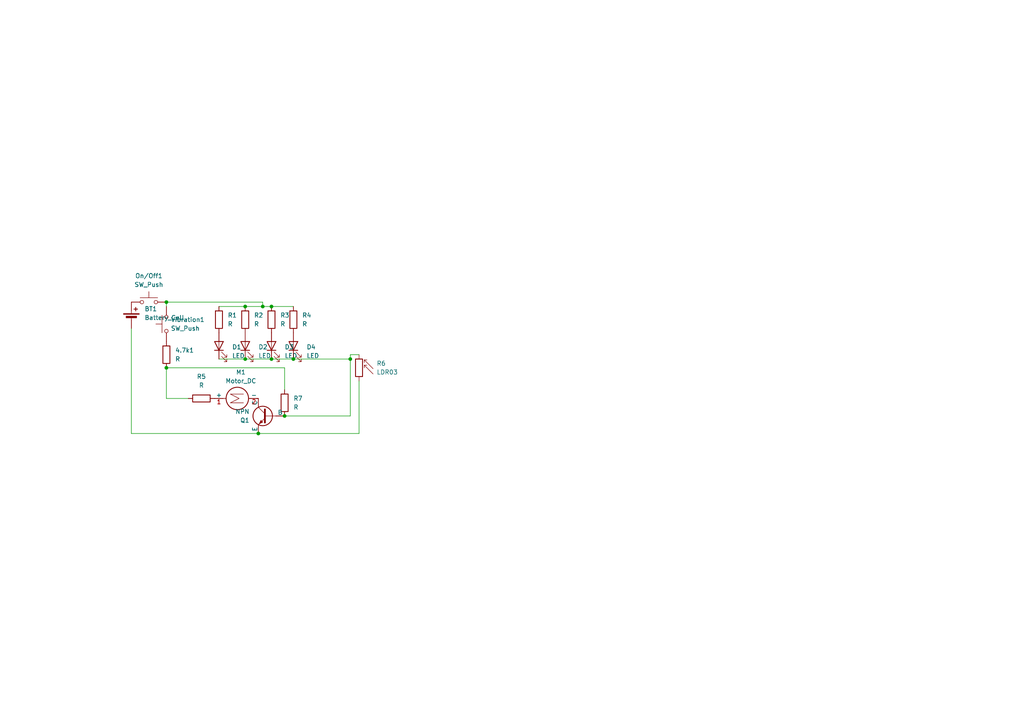
<source format=kicad_sch>
(kicad_sch
	(version 20250114)
	(generator "eeschema")
	(generator_version "9.0")
	(uuid "3386fe6c-5ad4-49da-b52a-b2eaba6af2ec")
	(paper "A4")
	(lib_symbols
		(symbol "Device:Battery_Cell"
			(pin_numbers
				(hide yes)
			)
			(pin_names
				(offset 0)
				(hide yes)
			)
			(exclude_from_sim no)
			(in_bom yes)
			(on_board yes)
			(property "Reference" "BT"
				(at 2.54 2.54 0)
				(effects
					(font
						(size 1.27 1.27)
					)
					(justify left)
				)
			)
			(property "Value" "Battery_Cell"
				(at 2.54 0 0)
				(effects
					(font
						(size 1.27 1.27)
					)
					(justify left)
				)
			)
			(property "Footprint" ""
				(at 0 1.524 90)
				(effects
					(font
						(size 1.27 1.27)
					)
					(hide yes)
				)
			)
			(property "Datasheet" "~"
				(at 0 1.524 90)
				(effects
					(font
						(size 1.27 1.27)
					)
					(hide yes)
				)
			)
			(property "Description" "Single-cell battery"
				(at 0 0 0)
				(effects
					(font
						(size 1.27 1.27)
					)
					(hide yes)
				)
			)
			(property "ki_keywords" "battery cell"
				(at 0 0 0)
				(effects
					(font
						(size 1.27 1.27)
					)
					(hide yes)
				)
			)
			(symbol "Battery_Cell_0_1"
				(rectangle
					(start -2.286 1.778)
					(end 2.286 1.524)
					(stroke
						(width 0)
						(type default)
					)
					(fill
						(type outline)
					)
				)
				(rectangle
					(start -1.524 1.016)
					(end 1.524 0.508)
					(stroke
						(width 0)
						(type default)
					)
					(fill
						(type outline)
					)
				)
				(polyline
					(pts
						(xy 0 1.778) (xy 0 2.54)
					)
					(stroke
						(width 0)
						(type default)
					)
					(fill
						(type none)
					)
				)
				(polyline
					(pts
						(xy 0 0.762) (xy 0 0)
					)
					(stroke
						(width 0)
						(type default)
					)
					(fill
						(type none)
					)
				)
				(polyline
					(pts
						(xy 0.762 3.048) (xy 1.778 3.048)
					)
					(stroke
						(width 0.254)
						(type default)
					)
					(fill
						(type none)
					)
				)
				(polyline
					(pts
						(xy 1.27 3.556) (xy 1.27 2.54)
					)
					(stroke
						(width 0.254)
						(type default)
					)
					(fill
						(type none)
					)
				)
			)
			(symbol "Battery_Cell_1_1"
				(pin passive line
					(at 0 5.08 270)
					(length 2.54)
					(name "+"
						(effects
							(font
								(size 1.27 1.27)
							)
						)
					)
					(number "1"
						(effects
							(font
								(size 1.27 1.27)
							)
						)
					)
				)
				(pin passive line
					(at 0 -2.54 90)
					(length 2.54)
					(name "-"
						(effects
							(font
								(size 1.27 1.27)
							)
						)
					)
					(number "2"
						(effects
							(font
								(size 1.27 1.27)
							)
						)
					)
				)
			)
			(embedded_fonts no)
		)
		(symbol "Device:LED"
			(pin_numbers
				(hide yes)
			)
			(pin_names
				(offset 1.016)
				(hide yes)
			)
			(exclude_from_sim no)
			(in_bom yes)
			(on_board yes)
			(property "Reference" "D"
				(at 0 2.54 0)
				(effects
					(font
						(size 1.27 1.27)
					)
				)
			)
			(property "Value" "LED"
				(at 0 -2.54 0)
				(effects
					(font
						(size 1.27 1.27)
					)
				)
			)
			(property "Footprint" ""
				(at 0 0 0)
				(effects
					(font
						(size 1.27 1.27)
					)
					(hide yes)
				)
			)
			(property "Datasheet" "~"
				(at 0 0 0)
				(effects
					(font
						(size 1.27 1.27)
					)
					(hide yes)
				)
			)
			(property "Description" "Light emitting diode"
				(at 0 0 0)
				(effects
					(font
						(size 1.27 1.27)
					)
					(hide yes)
				)
			)
			(property "Sim.Pins" "1=K 2=A"
				(at 0 0 0)
				(effects
					(font
						(size 1.27 1.27)
					)
					(hide yes)
				)
			)
			(property "ki_keywords" "LED diode"
				(at 0 0 0)
				(effects
					(font
						(size 1.27 1.27)
					)
					(hide yes)
				)
			)
			(property "ki_fp_filters" "LED* LED_SMD:* LED_THT:*"
				(at 0 0 0)
				(effects
					(font
						(size 1.27 1.27)
					)
					(hide yes)
				)
			)
			(symbol "LED_0_1"
				(polyline
					(pts
						(xy -3.048 -0.762) (xy -4.572 -2.286) (xy -3.81 -2.286) (xy -4.572 -2.286) (xy -4.572 -1.524)
					)
					(stroke
						(width 0)
						(type default)
					)
					(fill
						(type none)
					)
				)
				(polyline
					(pts
						(xy -1.778 -0.762) (xy -3.302 -2.286) (xy -2.54 -2.286) (xy -3.302 -2.286) (xy -3.302 -1.524)
					)
					(stroke
						(width 0)
						(type default)
					)
					(fill
						(type none)
					)
				)
				(polyline
					(pts
						(xy -1.27 0) (xy 1.27 0)
					)
					(stroke
						(width 0)
						(type default)
					)
					(fill
						(type none)
					)
				)
				(polyline
					(pts
						(xy -1.27 -1.27) (xy -1.27 1.27)
					)
					(stroke
						(width 0.254)
						(type default)
					)
					(fill
						(type none)
					)
				)
				(polyline
					(pts
						(xy 1.27 -1.27) (xy 1.27 1.27) (xy -1.27 0) (xy 1.27 -1.27)
					)
					(stroke
						(width 0.254)
						(type default)
					)
					(fill
						(type none)
					)
				)
			)
			(symbol "LED_1_1"
				(pin passive line
					(at -3.81 0 0)
					(length 2.54)
					(name "K"
						(effects
							(font
								(size 1.27 1.27)
							)
						)
					)
					(number "1"
						(effects
							(font
								(size 1.27 1.27)
							)
						)
					)
				)
				(pin passive line
					(at 3.81 0 180)
					(length 2.54)
					(name "A"
						(effects
							(font
								(size 1.27 1.27)
							)
						)
					)
					(number "2"
						(effects
							(font
								(size 1.27 1.27)
							)
						)
					)
				)
			)
			(embedded_fonts no)
		)
		(symbol "Device:R"
			(pin_numbers
				(hide yes)
			)
			(pin_names
				(offset 0)
			)
			(exclude_from_sim no)
			(in_bom yes)
			(on_board yes)
			(property "Reference" "R"
				(at 2.032 0 90)
				(effects
					(font
						(size 1.27 1.27)
					)
				)
			)
			(property "Value" "R"
				(at 0 0 90)
				(effects
					(font
						(size 1.27 1.27)
					)
				)
			)
			(property "Footprint" ""
				(at -1.778 0 90)
				(effects
					(font
						(size 1.27 1.27)
					)
					(hide yes)
				)
			)
			(property "Datasheet" "~"
				(at 0 0 0)
				(effects
					(font
						(size 1.27 1.27)
					)
					(hide yes)
				)
			)
			(property "Description" "Resistor"
				(at 0 0 0)
				(effects
					(font
						(size 1.27 1.27)
					)
					(hide yes)
				)
			)
			(property "ki_keywords" "R res resistor"
				(at 0 0 0)
				(effects
					(font
						(size 1.27 1.27)
					)
					(hide yes)
				)
			)
			(property "ki_fp_filters" "R_*"
				(at 0 0 0)
				(effects
					(font
						(size 1.27 1.27)
					)
					(hide yes)
				)
			)
			(symbol "R_0_1"
				(rectangle
					(start -1.016 -2.54)
					(end 1.016 2.54)
					(stroke
						(width 0.254)
						(type default)
					)
					(fill
						(type none)
					)
				)
			)
			(symbol "R_1_1"
				(pin passive line
					(at 0 3.81 270)
					(length 1.27)
					(name "~"
						(effects
							(font
								(size 1.27 1.27)
							)
						)
					)
					(number "1"
						(effects
							(font
								(size 1.27 1.27)
							)
						)
					)
				)
				(pin passive line
					(at 0 -3.81 90)
					(length 1.27)
					(name "~"
						(effects
							(font
								(size 1.27 1.27)
							)
						)
					)
					(number "2"
						(effects
							(font
								(size 1.27 1.27)
							)
						)
					)
				)
			)
			(embedded_fonts no)
		)
		(symbol "Motor:Motor_DC"
			(pin_names
				(offset 0)
			)
			(exclude_from_sim no)
			(in_bom yes)
			(on_board yes)
			(property "Reference" "M"
				(at 2.54 2.54 0)
				(effects
					(font
						(size 1.27 1.27)
					)
					(justify left)
				)
			)
			(property "Value" "Motor_DC"
				(at 2.54 -5.08 0)
				(effects
					(font
						(size 1.27 1.27)
					)
					(justify left top)
				)
			)
			(property "Footprint" ""
				(at 0 -2.286 0)
				(effects
					(font
						(size 1.27 1.27)
					)
					(hide yes)
				)
			)
			(property "Datasheet" "~"
				(at 0 -2.286 0)
				(effects
					(font
						(size 1.27 1.27)
					)
					(hide yes)
				)
			)
			(property "Description" "DC Motor"
				(at 0 0 0)
				(effects
					(font
						(size 1.27 1.27)
					)
					(hide yes)
				)
			)
			(property "ki_keywords" "DC Motor"
				(at 0 0 0)
				(effects
					(font
						(size 1.27 1.27)
					)
					(hide yes)
				)
			)
			(property "ki_fp_filters" "PinHeader*P2.54mm* TerminalBlock*"
				(at 0 0 0)
				(effects
					(font
						(size 1.27 1.27)
					)
					(hide yes)
				)
			)
			(symbol "Motor_DC_0_0"
				(polyline
					(pts
						(xy -1.27 -3.302) (xy -1.27 0.508) (xy 0 -2.032) (xy 1.27 0.508) (xy 1.27 -3.302)
					)
					(stroke
						(width 0)
						(type default)
					)
					(fill
						(type none)
					)
				)
			)
			(symbol "Motor_DC_0_1"
				(polyline
					(pts
						(xy 0 2.032) (xy 0 2.54)
					)
					(stroke
						(width 0)
						(type default)
					)
					(fill
						(type none)
					)
				)
				(polyline
					(pts
						(xy 0 1.7272) (xy 0 2.0828)
					)
					(stroke
						(width 0)
						(type default)
					)
					(fill
						(type none)
					)
				)
				(circle
					(center 0 -1.524)
					(radius 3.2512)
					(stroke
						(width 0.254)
						(type default)
					)
					(fill
						(type none)
					)
				)
				(polyline
					(pts
						(xy 0 -4.7752) (xy 0 -5.1816)
					)
					(stroke
						(width 0)
						(type default)
					)
					(fill
						(type none)
					)
				)
				(polyline
					(pts
						(xy 0 -7.62) (xy 0 -7.112)
					)
					(stroke
						(width 0)
						(type default)
					)
					(fill
						(type none)
					)
				)
			)
			(symbol "Motor_DC_1_1"
				(pin passive line
					(at 0 5.08 270)
					(length 2.54)
					(name "+"
						(effects
							(font
								(size 1.27 1.27)
							)
						)
					)
					(number "1"
						(effects
							(font
								(size 1.27 1.27)
							)
						)
					)
				)
				(pin passive line
					(at 0 -7.62 90)
					(length 2.54)
					(name "-"
						(effects
							(font
								(size 1.27 1.27)
							)
						)
					)
					(number "2"
						(effects
							(font
								(size 1.27 1.27)
							)
						)
					)
				)
			)
			(embedded_fonts no)
		)
		(symbol "Sensor_Optical:LDR03"
			(pin_numbers
				(hide yes)
			)
			(pin_names
				(offset 0)
			)
			(exclude_from_sim no)
			(in_bom yes)
			(on_board yes)
			(property "Reference" "R"
				(at -5.08 0 90)
				(effects
					(font
						(size 1.27 1.27)
					)
				)
			)
			(property "Value" "LDR03"
				(at 1.905 0 90)
				(effects
					(font
						(size 1.27 1.27)
					)
					(justify top)
				)
			)
			(property "Footprint" "OptoDevice:R_LDR_10x8.5mm_P7.6mm_Vertical"
				(at 4.445 0 90)
				(effects
					(font
						(size 1.27 1.27)
					)
					(hide yes)
				)
			)
			(property "Datasheet" "http://www.elektronica-componenten.nl/WebRoot/StoreNL/Shops/61422969/54F1/BA0C/C664/31B9/2173/C0A8/2AB9/2AEF/LDR03IMP.pdf"
				(at 0 -1.27 0)
				(effects
					(font
						(size 1.27 1.27)
					)
					(hide yes)
				)
			)
			(property "Description" "light dependent resistor"
				(at 0 0 0)
				(effects
					(font
						(size 1.27 1.27)
					)
					(hide yes)
				)
			)
			(property "ki_keywords" "light dependent photo resistor LDR"
				(at 0 0 0)
				(effects
					(font
						(size 1.27 1.27)
					)
					(hide yes)
				)
			)
			(property "ki_fp_filters" "R*LDR*10x8.5mm*P7.6mm*"
				(at 0 0 0)
				(effects
					(font
						(size 1.27 1.27)
					)
					(hide yes)
				)
			)
			(symbol "LDR03_0_1"
				(polyline
					(pts
						(xy -1.524 -0.762) (xy -4.064 1.778)
					)
					(stroke
						(width 0)
						(type default)
					)
					(fill
						(type none)
					)
				)
				(polyline
					(pts
						(xy -1.524 -0.762) (xy -2.286 -0.762)
					)
					(stroke
						(width 0)
						(type default)
					)
					(fill
						(type none)
					)
				)
				(polyline
					(pts
						(xy -1.524 -0.762) (xy -1.524 0)
					)
					(stroke
						(width 0)
						(type default)
					)
					(fill
						(type none)
					)
				)
				(polyline
					(pts
						(xy -1.524 -2.286) (xy -4.064 0.254)
					)
					(stroke
						(width 0)
						(type default)
					)
					(fill
						(type none)
					)
				)
				(polyline
					(pts
						(xy -1.524 -2.286) (xy -2.286 -2.286)
					)
					(stroke
						(width 0)
						(type default)
					)
					(fill
						(type none)
					)
				)
				(polyline
					(pts
						(xy -1.524 -2.286) (xy -1.524 -1.524)
					)
					(stroke
						(width 0)
						(type default)
					)
					(fill
						(type none)
					)
				)
				(rectangle
					(start -1.016 2.54)
					(end 1.016 -2.54)
					(stroke
						(width 0.254)
						(type default)
					)
					(fill
						(type none)
					)
				)
			)
			(symbol "LDR03_1_1"
				(pin passive line
					(at 0 3.81 270)
					(length 1.27)
					(name "~"
						(effects
							(font
								(size 1.27 1.27)
							)
						)
					)
					(number "1"
						(effects
							(font
								(size 1.27 1.27)
							)
						)
					)
				)
				(pin passive line
					(at 0 -3.81 90)
					(length 1.27)
					(name "~"
						(effects
							(font
								(size 1.27 1.27)
							)
						)
					)
					(number "2"
						(effects
							(font
								(size 1.27 1.27)
							)
						)
					)
				)
			)
			(embedded_fonts no)
		)
		(symbol "Simulation_SPICE:NPN"
			(pin_numbers
				(hide yes)
			)
			(pin_names
				(offset 0)
			)
			(exclude_from_sim no)
			(in_bom yes)
			(on_board yes)
			(property "Reference" "Q"
				(at -2.54 7.62 0)
				(effects
					(font
						(size 1.27 1.27)
					)
				)
			)
			(property "Value" "NPN"
				(at -2.54 5.08 0)
				(effects
					(font
						(size 1.27 1.27)
					)
				)
			)
			(property "Footprint" ""
				(at 63.5 0 0)
				(effects
					(font
						(size 1.27 1.27)
					)
					(hide yes)
				)
			)
			(property "Datasheet" "https://ngspice.sourceforge.io/docs/ngspice-html-manual/manual.xhtml#cha_BJTs"
				(at 63.5 0 0)
				(effects
					(font
						(size 1.27 1.27)
					)
					(hide yes)
				)
			)
			(property "Description" "Bipolar transistor symbol for simulation only, substrate tied to the emitter"
				(at 0 0 0)
				(effects
					(font
						(size 1.27 1.27)
					)
					(hide yes)
				)
			)
			(property "Sim.Device" "NPN"
				(at 0 0 0)
				(effects
					(font
						(size 1.27 1.27)
					)
					(hide yes)
				)
			)
			(property "Sim.Type" "GUMMELPOON"
				(at 0 0 0)
				(effects
					(font
						(size 1.27 1.27)
					)
					(hide yes)
				)
			)
			(property "Sim.Pins" "1=C 2=B 3=E"
				(at 0 0 0)
				(effects
					(font
						(size 1.27 1.27)
					)
					(hide yes)
				)
			)
			(property "ki_keywords" "simulation"
				(at 0 0 0)
				(effects
					(font
						(size 1.27 1.27)
					)
					(hide yes)
				)
			)
			(symbol "NPN_0_1"
				(polyline
					(pts
						(xy -2.54 0) (xy 0.635 0)
					)
					(stroke
						(width 0.1524)
						(type default)
					)
					(fill
						(type none)
					)
				)
				(polyline
					(pts
						(xy 0.635 1.905) (xy 0.635 -1.905) (xy 0.635 -1.905)
					)
					(stroke
						(width 0.508)
						(type default)
					)
					(fill
						(type none)
					)
				)
				(polyline
					(pts
						(xy 0.635 0.635) (xy 2.54 2.54)
					)
					(stroke
						(width 0)
						(type default)
					)
					(fill
						(type none)
					)
				)
				(polyline
					(pts
						(xy 0.635 -0.635) (xy 2.54 -2.54) (xy 2.54 -2.54)
					)
					(stroke
						(width 0)
						(type default)
					)
					(fill
						(type none)
					)
				)
				(circle
					(center 1.27 0)
					(radius 2.8194)
					(stroke
						(width 0.254)
						(type default)
					)
					(fill
						(type none)
					)
				)
				(polyline
					(pts
						(xy 1.27 -1.778) (xy 1.778 -1.27) (xy 2.286 -2.286) (xy 1.27 -1.778) (xy 1.27 -1.778)
					)
					(stroke
						(width 0)
						(type default)
					)
					(fill
						(type outline)
					)
				)
				(polyline
					(pts
						(xy 2.794 -1.27) (xy 2.794 -1.27)
					)
					(stroke
						(width 0.1524)
						(type default)
					)
					(fill
						(type none)
					)
				)
				(polyline
					(pts
						(xy 2.794 -1.27) (xy 2.794 -1.27)
					)
					(stroke
						(width 0.1524)
						(type default)
					)
					(fill
						(type none)
					)
				)
			)
			(symbol "NPN_1_1"
				(pin input line
					(at -5.08 0 0)
					(length 2.54)
					(name "B"
						(effects
							(font
								(size 1.27 1.27)
							)
						)
					)
					(number "2"
						(effects
							(font
								(size 1.27 1.27)
							)
						)
					)
				)
				(pin open_collector line
					(at 2.54 5.08 270)
					(length 2.54)
					(name "C"
						(effects
							(font
								(size 1.27 1.27)
							)
						)
					)
					(number "1"
						(effects
							(font
								(size 1.27 1.27)
							)
						)
					)
				)
				(pin open_emitter line
					(at 2.54 -5.08 90)
					(length 2.54)
					(name "E"
						(effects
							(font
								(size 1.27 1.27)
							)
						)
					)
					(number "3"
						(effects
							(font
								(size 1.27 1.27)
							)
						)
					)
				)
			)
			(embedded_fonts no)
		)
		(symbol "Switch:SW_Push"
			(pin_numbers
				(hide yes)
			)
			(pin_names
				(offset 1.016)
				(hide yes)
			)
			(exclude_from_sim no)
			(in_bom yes)
			(on_board yes)
			(property "Reference" "SW"
				(at 1.27 2.54 0)
				(effects
					(font
						(size 1.27 1.27)
					)
					(justify left)
				)
			)
			(property "Value" "SW_Push"
				(at 0 -1.524 0)
				(effects
					(font
						(size 1.27 1.27)
					)
				)
			)
			(property "Footprint" ""
				(at 0 5.08 0)
				(effects
					(font
						(size 1.27 1.27)
					)
					(hide yes)
				)
			)
			(property "Datasheet" "~"
				(at 0 5.08 0)
				(effects
					(font
						(size 1.27 1.27)
					)
					(hide yes)
				)
			)
			(property "Description" "Push button switch, generic, two pins"
				(at 0 0 0)
				(effects
					(font
						(size 1.27 1.27)
					)
					(hide yes)
				)
			)
			(property "ki_keywords" "switch normally-open pushbutton push-button"
				(at 0 0 0)
				(effects
					(font
						(size 1.27 1.27)
					)
					(hide yes)
				)
			)
			(symbol "SW_Push_0_1"
				(circle
					(center -2.032 0)
					(radius 0.508)
					(stroke
						(width 0)
						(type default)
					)
					(fill
						(type none)
					)
				)
				(polyline
					(pts
						(xy 0 1.27) (xy 0 3.048)
					)
					(stroke
						(width 0)
						(type default)
					)
					(fill
						(type none)
					)
				)
				(circle
					(center 2.032 0)
					(radius 0.508)
					(stroke
						(width 0)
						(type default)
					)
					(fill
						(type none)
					)
				)
				(polyline
					(pts
						(xy 2.54 1.27) (xy -2.54 1.27)
					)
					(stroke
						(width 0)
						(type default)
					)
					(fill
						(type none)
					)
				)
				(pin passive line
					(at -5.08 0 0)
					(length 2.54)
					(name "1"
						(effects
							(font
								(size 1.27 1.27)
							)
						)
					)
					(number "1"
						(effects
							(font
								(size 1.27 1.27)
							)
						)
					)
				)
				(pin passive line
					(at 5.08 0 180)
					(length 2.54)
					(name "2"
						(effects
							(font
								(size 1.27 1.27)
							)
						)
					)
					(number "2"
						(effects
							(font
								(size 1.27 1.27)
							)
						)
					)
				)
			)
			(embedded_fonts no)
		)
	)
	(junction
		(at 48.26 87.63)
		(diameter 0)
		(color 0 0 0 0)
		(uuid "0696dca4-0468-4f33-89d2-e90feef803b6")
	)
	(junction
		(at 71.12 104.14)
		(diameter 0)
		(color 0 0 0 0)
		(uuid "843f03e4-8b42-4def-9b97-919a39a03bb3")
	)
	(junction
		(at 78.74 104.14)
		(diameter 0)
		(color 0 0 0 0)
		(uuid "8640df94-4649-46f3-a0c4-961b86067cc5")
	)
	(junction
		(at 71.12 88.9)
		(diameter 0)
		(color 0 0 0 0)
		(uuid "c470a0e5-c9fe-44fa-9142-dff2aee5bbf9")
	)
	(junction
		(at 85.09 104.14)
		(diameter 0)
		(color 0 0 0 0)
		(uuid "cc7bc708-d4ba-4354-8281-7b76a9719d44")
	)
	(junction
		(at 74.93 125.73)
		(diameter 0)
		(color 0 0 0 0)
		(uuid "cd96d80d-d4b3-4e61-b2b2-765a7a599466")
	)
	(junction
		(at 82.55 120.65)
		(diameter 0)
		(color 0 0 0 0)
		(uuid "e3d30b9f-4f20-4307-b41c-840605c9d583")
	)
	(junction
		(at 48.26 106.68)
		(diameter 0)
		(color 0 0 0 0)
		(uuid "edfff134-0c10-49a0-9e48-d83ad672c24f")
	)
	(junction
		(at 76.2 88.9)
		(diameter 0)
		(color 0 0 0 0)
		(uuid "fc2aaaf2-a2e3-43eb-bf8c-b706adba0f69")
	)
	(junction
		(at 101.6 104.14)
		(diameter 0)
		(color 0 0 0 0)
		(uuid "fc3bf84f-0c55-421d-af76-fae2ea642ba2")
	)
	(junction
		(at 78.74 88.9)
		(diameter 0)
		(color 0 0 0 0)
		(uuid "fce06d56-5c32-4895-8a77-49daf344b4ff")
	)
	(wire
		(pts
			(xy 38.1 125.73) (xy 38.1 95.25)
		)
		(stroke
			(width 0)
			(type default)
		)
		(uuid "04a14cac-75aa-4e2b-9a12-819780387586")
	)
	(wire
		(pts
			(xy 48.26 106.68) (xy 48.26 115.57)
		)
		(stroke
			(width 0)
			(type default)
		)
		(uuid "0b12992e-5590-44ac-aa26-e3b479753bd1")
	)
	(wire
		(pts
			(xy 85.09 104.14) (xy 101.6 104.14)
		)
		(stroke
			(width 0)
			(type default)
		)
		(uuid "1789cd8a-eeb4-4960-9200-12172b34bba2")
	)
	(wire
		(pts
			(xy 76.2 88.9) (xy 78.74 88.9)
		)
		(stroke
			(width 0)
			(type default)
		)
		(uuid "2d98f53a-9e73-422a-96de-a8b51a9f5a34")
	)
	(wire
		(pts
			(xy 104.14 110.49) (xy 104.14 125.73)
		)
		(stroke
			(width 0)
			(type default)
		)
		(uuid "30e0f9d9-5f37-45ba-a511-dc6489b19a4c")
	)
	(wire
		(pts
			(xy 63.5 104.14) (xy 71.12 104.14)
		)
		(stroke
			(width 0)
			(type default)
		)
		(uuid "5046917f-265b-4b50-af88-85a0c1f0cb3b")
	)
	(wire
		(pts
			(xy 63.5 88.9) (xy 71.12 88.9)
		)
		(stroke
			(width 0)
			(type default)
		)
		(uuid "520f7e0e-9b61-4f72-9307-a4131f3d60e6")
	)
	(wire
		(pts
			(xy 101.6 104.14) (xy 101.6 120.65)
		)
		(stroke
			(width 0)
			(type default)
		)
		(uuid "543d83f3-663a-4855-a410-9064f37a450b")
	)
	(wire
		(pts
			(xy 78.74 88.9) (xy 85.09 88.9)
		)
		(stroke
			(width 0)
			(type default)
		)
		(uuid "692c4bc7-872a-4165-b7ec-05dbbf642abe")
	)
	(wire
		(pts
			(xy 76.2 87.63) (xy 48.26 87.63)
		)
		(stroke
			(width 0)
			(type default)
		)
		(uuid "71d2e651-9a19-435f-800e-4bb4e844d6d1")
	)
	(wire
		(pts
			(xy 71.12 104.14) (xy 78.74 104.14)
		)
		(stroke
			(width 0)
			(type default)
		)
		(uuid "753e7856-662b-4618-82d2-0c0fbc6d4e30")
	)
	(wire
		(pts
			(xy 82.55 106.68) (xy 82.55 113.03)
		)
		(stroke
			(width 0)
			(type default)
		)
		(uuid "756d5f06-860b-49c7-9daa-9f7054dea219")
	)
	(wire
		(pts
			(xy 104.14 125.73) (xy 74.93 125.73)
		)
		(stroke
			(width 0)
			(type default)
		)
		(uuid "7bc66d7a-b307-4b1f-84e3-c67ef9375323")
	)
	(wire
		(pts
			(xy 74.93 125.73) (xy 38.1 125.73)
		)
		(stroke
			(width 0)
			(type default)
		)
		(uuid "83bcba6b-7363-4e50-916b-a4b7d1ab260f")
	)
	(wire
		(pts
			(xy 82.55 120.65) (xy 101.6 120.65)
		)
		(stroke
			(width 0)
			(type default)
		)
		(uuid "93a54c5d-dd05-4b2a-a042-5da8bc60302b")
	)
	(wire
		(pts
			(xy 54.61 115.57) (xy 48.26 115.57)
		)
		(stroke
			(width 0)
			(type default)
		)
		(uuid "97d103f8-3d47-4989-bf50-3fbc76718b73")
	)
	(wire
		(pts
			(xy 48.26 87.63) (xy 48.26 88.9)
		)
		(stroke
			(width 0)
			(type default)
		)
		(uuid "a5458387-b51e-444a-a27e-6e747332a026")
	)
	(wire
		(pts
			(xy 48.26 106.68) (xy 82.55 106.68)
		)
		(stroke
			(width 0)
			(type default)
		)
		(uuid "c55801ee-3a18-4586-81fb-e2a4cb8f274d")
	)
	(wire
		(pts
			(xy 101.6 102.87) (xy 104.14 102.87)
		)
		(stroke
			(width 0)
			(type default)
		)
		(uuid "c706c4eb-2433-4e2c-87c7-9cfb90c9ef2e")
	)
	(wire
		(pts
			(xy 76.2 88.9) (xy 76.2 87.63)
		)
		(stroke
			(width 0)
			(type default)
		)
		(uuid "d0c85689-10e6-4a78-971a-d42bcf3241a0")
	)
	(wire
		(pts
			(xy 71.12 88.9) (xy 76.2 88.9)
		)
		(stroke
			(width 0)
			(type default)
		)
		(uuid "dceb228f-8a05-47de-b35e-d320b4da22c9")
	)
	(wire
		(pts
			(xy 101.6 102.87) (xy 101.6 104.14)
		)
		(stroke
			(width 0)
			(type default)
		)
		(uuid "ed4bd01b-cda5-443b-95a0-72bdf427c4a1")
	)
	(wire
		(pts
			(xy 78.74 104.14) (xy 85.09 104.14)
		)
		(stroke
			(width 0)
			(type default)
		)
		(uuid "ffcf410a-d278-4f2e-8388-238044a74cb3")
	)
	(symbol
		(lib_id "Device:LED")
		(at 63.5 100.33 90)
		(unit 1)
		(exclude_from_sim no)
		(in_bom yes)
		(on_board yes)
		(dnp no)
		(fields_autoplaced yes)
		(uuid "08131bf7-fbbe-44c0-bd7e-3f1cea6c83c1")
		(property "Reference" "D1"
			(at 67.31 100.6474 90)
			(effects
				(font
					(size 1.27 1.27)
				)
				(justify right)
			)
		)
		(property "Value" "LED"
			(at 67.31 103.1874 90)
			(effects
				(font
					(size 1.27 1.27)
				)
				(justify right)
			)
		)
		(property "Footprint" "LED_THT:LED_D5.0mm"
			(at 63.5 100.33 0)
			(effects
				(font
					(size 1.27 1.27)
				)
				(hide yes)
			)
		)
		(property "Datasheet" "~"
			(at 63.5 100.33 0)
			(effects
				(font
					(size 1.27 1.27)
				)
				(hide yes)
			)
		)
		(property "Description" "Light emitting diode"
			(at 63.5 100.33 0)
			(effects
				(font
					(size 1.27 1.27)
				)
				(hide yes)
			)
		)
		(property "Sim.Pins" "1=K 2=A"
			(at 63.5 100.33 0)
			(effects
				(font
					(size 1.27 1.27)
				)
				(hide yes)
			)
		)
		(pin "2"
			(uuid "48349460-6318-42f1-96c0-250743448a15")
		)
		(pin "1"
			(uuid "f0365f6c-4036-4cc2-8b5b-a54a3f941530")
		)
		(instances
			(project ""
				(path "/3386fe6c-5ad4-49da-b52a-b2eaba6af2ec"
					(reference "D1")
					(unit 1)
				)
			)
		)
	)
	(symbol
		(lib_id "Device:Battery_Cell")
		(at 38.1 92.71 0)
		(unit 1)
		(exclude_from_sim no)
		(in_bom yes)
		(on_board yes)
		(dnp no)
		(fields_autoplaced yes)
		(uuid "15fcfb6b-bf08-4473-9740-245eaf050457")
		(property "Reference" "BT1"
			(at 41.91 89.5984 0)
			(effects
				(font
					(size 1.27 1.27)
				)
				(justify left)
			)
		)
		(property "Value" "Battery_Cell"
			(at 41.91 92.1384 0)
			(effects
				(font
					(size 1.27 1.27)
				)
				(justify left)
			)
		)
		(property "Footprint" "Battery:BatteryHolder_Keystone_3034_1x20mm"
			(at 38.1 91.186 90)
			(effects
				(font
					(size 1.27 1.27)
				)
				(hide yes)
			)
		)
		(property "Datasheet" "~"
			(at 38.1 91.186 90)
			(effects
				(font
					(size 1.27 1.27)
				)
				(hide yes)
			)
		)
		(property "Description" "Single-cell battery"
			(at 38.1 92.71 0)
			(effects
				(font
					(size 1.27 1.27)
				)
				(hide yes)
			)
		)
		(pin "2"
			(uuid "c78edb1f-6651-4f13-a142-7a8393b0d59a")
		)
		(pin "1"
			(uuid "057ace3f-0944-4acc-9389-eb14d2faa3c9")
		)
		(instances
			(project ""
				(path "/3386fe6c-5ad4-49da-b52a-b2eaba6af2ec"
					(reference "BT1")
					(unit 1)
				)
			)
		)
	)
	(symbol
		(lib_id "Switch:SW_Push")
		(at 48.26 93.98 90)
		(unit 1)
		(exclude_from_sim no)
		(in_bom yes)
		(on_board yes)
		(dnp no)
		(fields_autoplaced yes)
		(uuid "1972d01b-2646-4b11-b439-8c8bbce97fb1")
		(property "Reference" "Vibration1"
			(at 49.53 92.7099 90)
			(effects
				(font
					(size 1.27 1.27)
				)
				(justify right)
			)
		)
		(property "Value" "SW_Push"
			(at 49.53 95.2499 90)
			(effects
				(font
					(size 1.27 1.27)
				)
				(justify right)
			)
		)
		(property "Footprint" "Button_Switch_THT:SW_PUSH_6mm"
			(at 43.18 93.98 0)
			(effects
				(font
					(size 1.27 1.27)
				)
				(hide yes)
			)
		)
		(property "Datasheet" "~"
			(at 43.18 93.98 0)
			(effects
				(font
					(size 1.27 1.27)
				)
				(hide yes)
			)
		)
		(property "Description" "Push button switch, generic, two pins"
			(at 48.26 93.98 0)
			(effects
				(font
					(size 1.27 1.27)
				)
				(hide yes)
			)
		)
		(pin "2"
			(uuid "337fa2f7-c3a8-4492-8a80-2300e1b717e4")
		)
		(pin "1"
			(uuid "cfbb4096-dcdf-4a6d-a806-e9942b3b048a")
		)
		(instances
			(project ""
				(path "/3386fe6c-5ad4-49da-b52a-b2eaba6af2ec"
					(reference "Vibration1")
					(unit 1)
				)
			)
		)
	)
	(symbol
		(lib_id "Device:R")
		(at 58.42 115.57 90)
		(unit 1)
		(exclude_from_sim no)
		(in_bom yes)
		(on_board yes)
		(dnp no)
		(fields_autoplaced yes)
		(uuid "234a29dd-496f-4246-84c3-e402e550b21e")
		(property "Reference" "R5"
			(at 58.42 109.22 90)
			(effects
				(font
					(size 1.27 1.27)
				)
			)
		)
		(property "Value" "R"
			(at 58.42 111.76 90)
			(effects
				(font
					(size 1.27 1.27)
				)
			)
		)
		(property "Footprint" "Resistor_THT:R_Axial_DIN0207_L6.3mm_D2.5mm_P7.62mm_Horizontal"
			(at 58.42 117.348 90)
			(effects
				(font
					(size 1.27 1.27)
				)
				(hide yes)
			)
		)
		(property "Datasheet" "~"
			(at 58.42 115.57 0)
			(effects
				(font
					(size 1.27 1.27)
				)
				(hide yes)
			)
		)
		(property "Description" "Resistor"
			(at 58.42 115.57 0)
			(effects
				(font
					(size 1.27 1.27)
				)
				(hide yes)
			)
		)
		(pin "1"
			(uuid "6801dd30-81ca-44c6-aa47-28cd70a4be98")
		)
		(pin "2"
			(uuid "1944b73e-243b-48a1-933a-d036d1a34524")
		)
		(instances
			(project ""
				(path "/3386fe6c-5ad4-49da-b52a-b2eaba6af2ec"
					(reference "R5")
					(unit 1)
				)
			)
		)
	)
	(symbol
		(lib_id "Sensor_Optical:LDR03")
		(at 104.14 106.68 180)
		(unit 1)
		(exclude_from_sim no)
		(in_bom yes)
		(on_board yes)
		(dnp no)
		(fields_autoplaced yes)
		(uuid "2c299d00-4fca-49cd-b491-9cabcb124b9a")
		(property "Reference" "R6"
			(at 109.22 105.4099 0)
			(effects
				(font
					(size 1.27 1.27)
				)
				(justify right)
			)
		)
		(property "Value" "LDR03"
			(at 109.22 107.9499 0)
			(effects
				(font
					(size 1.27 1.27)
				)
				(justify right)
			)
		)
		(property "Footprint" "OptoDevice:R_LDR_5.1x4.3mm_P3.4mm_Vertical"
			(at 99.695 106.68 90)
			(effects
				(font
					(size 1.27 1.27)
				)
				(hide yes)
			)
		)
		(property "Datasheet" "http://www.elektronica-componenten.nl/WebRoot/StoreNL/Shops/61422969/54F1/BA0C/C664/31B9/2173/C0A8/2AB9/2AEF/LDR03IMP.pdf"
			(at 104.14 105.41 0)
			(effects
				(font
					(size 1.27 1.27)
				)
				(hide yes)
			)
		)
		(property "Description" "light dependent resistor"
			(at 104.14 106.68 0)
			(effects
				(font
					(size 1.27 1.27)
				)
				(hide yes)
			)
		)
		(pin "2"
			(uuid "53245c98-c75f-48dd-878f-136cc1cfd978")
		)
		(pin "1"
			(uuid "78b4d00e-9282-43e4-98bb-3e12162c1479")
		)
		(instances
			(project ""
				(path "/3386fe6c-5ad4-49da-b52a-b2eaba6af2ec"
					(reference "R6")
					(unit 1)
				)
			)
		)
	)
	(symbol
		(lib_id "Switch:SW_Push")
		(at 43.18 87.63 0)
		(unit 1)
		(exclude_from_sim no)
		(in_bom yes)
		(on_board yes)
		(dnp no)
		(fields_autoplaced yes)
		(uuid "36d6804f-e4be-41fa-b600-8960df80ff99")
		(property "Reference" "On/Off1"
			(at 43.18 80.01 0)
			(effects
				(font
					(size 1.27 1.27)
				)
			)
		)
		(property "Value" "SW_Push"
			(at 43.18 82.55 0)
			(effects
				(font
					(size 1.27 1.27)
				)
			)
		)
		(property "Footprint" "Button_Switch_THT:SW_PUSH_6mm"
			(at 43.18 82.55 0)
			(effects
				(font
					(size 1.27 1.27)
				)
				(hide yes)
			)
		)
		(property "Datasheet" "~"
			(at 43.18 82.55 0)
			(effects
				(font
					(size 1.27 1.27)
				)
				(hide yes)
			)
		)
		(property "Description" "Push button switch, generic, two pins"
			(at 43.18 87.63 0)
			(effects
				(font
					(size 1.27 1.27)
				)
				(hide yes)
			)
		)
		(pin "2"
			(uuid "55a970ca-6792-4dc9-ae2f-6df9427d23a7")
		)
		(pin "1"
			(uuid "29cdaf0a-5c0e-406f-bb52-b9a9df500b45")
		)
		(instances
			(project ""
				(path "/3386fe6c-5ad4-49da-b52a-b2eaba6af2ec"
					(reference "On/Off1")
					(unit 1)
				)
			)
		)
	)
	(symbol
		(lib_id "Simulation_SPICE:NPN")
		(at 77.47 120.65 0)
		(mirror y)
		(unit 1)
		(exclude_from_sim no)
		(in_bom yes)
		(on_board yes)
		(dnp no)
		(uuid "602ef744-2f87-4b03-8752-58385dd4e66e")
		(property "Reference" "Q1"
			(at 72.39 121.9201 0)
			(effects
				(font
					(size 1.27 1.27)
				)
				(justify left)
			)
		)
		(property "Value" "NPN"
			(at 72.39 119.3801 0)
			(effects
				(font
					(size 1.27 1.27)
				)
				(justify left)
			)
		)
		(property "Footprint" "Package_TO_SOT_THT:TO-92L_HandSolder"
			(at 13.97 120.65 0)
			(effects
				(font
					(size 1.27 1.27)
				)
				(hide yes)
			)
		)
		(property "Datasheet" "https://ngspice.sourceforge.io/docs/ngspice-html-manual/manual.xhtml#cha_BJTs"
			(at 13.97 120.65 0)
			(effects
				(font
					(size 1.27 1.27)
				)
				(hide yes)
			)
		)
		(property "Description" "Bipolar transistor symbol for simulation only, substrate tied to the emitter"
			(at 77.47 120.65 0)
			(effects
				(font
					(size 1.27 1.27)
				)
				(hide yes)
			)
		)
		(property "Sim.Device" "NPN"
			(at 77.47 120.65 0)
			(effects
				(font
					(size 1.27 1.27)
				)
				(hide yes)
			)
		)
		(property "Sim.Type" "GUMMELPOON"
			(at 77.47 120.65 0)
			(effects
				(font
					(size 1.27 1.27)
				)
				(hide yes)
			)
		)
		(property "Sim.Pins" "1=C 2=B 3=E"
			(at 77.47 120.65 0)
			(effects
				(font
					(size 1.27 1.27)
				)
				(hide yes)
			)
		)
		(pin "2"
			(uuid "33f465a6-5e8d-46d9-9be1-5dc9811fe093")
		)
		(pin "1"
			(uuid "ef08954d-4239-4e35-a57f-e9d0b65ece3e")
		)
		(pin "3"
			(uuid "4cbe6ae7-13dc-4df7-9bba-30518ddc6d0e")
		)
		(instances
			(project ""
				(path "/3386fe6c-5ad4-49da-b52a-b2eaba6af2ec"
					(reference "Q1")
					(unit 1)
				)
			)
		)
	)
	(symbol
		(lib_id "Device:R")
		(at 78.74 92.71 0)
		(unit 1)
		(exclude_from_sim no)
		(in_bom yes)
		(on_board yes)
		(dnp no)
		(fields_autoplaced yes)
		(uuid "68dc39f1-fc5d-4bfe-911d-e3da6fd8b2d4")
		(property "Reference" "R3"
			(at 81.28 91.4399 0)
			(effects
				(font
					(size 1.27 1.27)
				)
				(justify left)
			)
		)
		(property "Value" "R"
			(at 81.28 93.9799 0)
			(effects
				(font
					(size 1.27 1.27)
				)
				(justify left)
			)
		)
		(property "Footprint" "Resistor_THT:R_Axial_DIN0207_L6.3mm_D2.5mm_P7.62mm_Horizontal"
			(at 76.962 92.71 90)
			(effects
				(font
					(size 1.27 1.27)
				)
				(hide yes)
			)
		)
		(property "Datasheet" "~"
			(at 78.74 92.71 0)
			(effects
				(font
					(size 1.27 1.27)
				)
				(hide yes)
			)
		)
		(property "Description" "Resistor"
			(at 78.74 92.71 0)
			(effects
				(font
					(size 1.27 1.27)
				)
				(hide yes)
			)
		)
		(pin "1"
			(uuid "ca79f229-71e2-48c9-8373-21c0d8cfcf73")
		)
		(pin "2"
			(uuid "738b825f-370c-40b0-8024-363abe3df08e")
		)
		(instances
			(project ""
				(path "/3386fe6c-5ad4-49da-b52a-b2eaba6af2ec"
					(reference "R3")
					(unit 1)
				)
			)
		)
	)
	(symbol
		(lib_id "Device:R")
		(at 82.55 116.84 0)
		(unit 1)
		(exclude_from_sim no)
		(in_bom yes)
		(on_board yes)
		(dnp no)
		(fields_autoplaced yes)
		(uuid "6fd0b85a-975f-4539-a81f-53b23f5181ee")
		(property "Reference" "R7"
			(at 85.09 115.5699 0)
			(effects
				(font
					(size 1.27 1.27)
				)
				(justify left)
			)
		)
		(property "Value" "R"
			(at 85.09 118.1099 0)
			(effects
				(font
					(size 1.27 1.27)
				)
				(justify left)
			)
		)
		(property "Footprint" "Resistor_THT:R_Axial_DIN0207_L6.3mm_D2.5mm_P7.62mm_Horizontal"
			(at 80.772 116.84 90)
			(effects
				(font
					(size 1.27 1.27)
				)
				(hide yes)
			)
		)
		(property "Datasheet" "~"
			(at 82.55 116.84 0)
			(effects
				(font
					(size 1.27 1.27)
				)
				(hide yes)
			)
		)
		(property "Description" "Resistor"
			(at 82.55 116.84 0)
			(effects
				(font
					(size 1.27 1.27)
				)
				(hide yes)
			)
		)
		(pin "2"
			(uuid "3a5bf94d-ea13-486f-8279-bb48a043c64c")
		)
		(pin "1"
			(uuid "f0fd23ae-6154-4c3a-ab17-c22987b80657")
		)
		(instances
			(project ""
				(path "/3386fe6c-5ad4-49da-b52a-b2eaba6af2ec"
					(reference "R7")
					(unit 1)
				)
			)
		)
	)
	(symbol
		(lib_id "Device:R")
		(at 85.09 92.71 0)
		(unit 1)
		(exclude_from_sim no)
		(in_bom yes)
		(on_board yes)
		(dnp no)
		(fields_autoplaced yes)
		(uuid "74ae2895-7ac9-41ba-96fa-dd1f3298a45d")
		(property "Reference" "R4"
			(at 87.63 91.4399 0)
			(effects
				(font
					(size 1.27 1.27)
				)
				(justify left)
			)
		)
		(property "Value" "R"
			(at 87.63 93.9799 0)
			(effects
				(font
					(size 1.27 1.27)
				)
				(justify left)
			)
		)
		(property "Footprint" "Resistor_THT:R_Axial_DIN0207_L6.3mm_D2.5mm_P7.62mm_Horizontal"
			(at 83.312 92.71 90)
			(effects
				(font
					(size 1.27 1.27)
				)
				(hide yes)
			)
		)
		(property "Datasheet" "~"
			(at 85.09 92.71 0)
			(effects
				(font
					(size 1.27 1.27)
				)
				(hide yes)
			)
		)
		(property "Description" "Resistor"
			(at 85.09 92.71 0)
			(effects
				(font
					(size 1.27 1.27)
				)
				(hide yes)
			)
		)
		(pin "1"
			(uuid "ca79f229-71e2-48c9-8373-21c0d8cfcf74")
		)
		(pin "2"
			(uuid "738b825f-370c-40b0-8024-363abe3df08f")
		)
		(instances
			(project ""
				(path "/3386fe6c-5ad4-49da-b52a-b2eaba6af2ec"
					(reference "R4")
					(unit 1)
				)
			)
		)
	)
	(symbol
		(lib_id "Device:LED")
		(at 78.74 100.33 90)
		(unit 1)
		(exclude_from_sim no)
		(in_bom yes)
		(on_board yes)
		(dnp no)
		(fields_autoplaced yes)
		(uuid "79e98cf7-8264-40b7-b1b2-e899215d1286")
		(property "Reference" "D3"
			(at 82.55 100.6474 90)
			(effects
				(font
					(size 1.27 1.27)
				)
				(justify right)
			)
		)
		(property "Value" "LED"
			(at 82.55 103.1874 90)
			(effects
				(font
					(size 1.27 1.27)
				)
				(justify right)
			)
		)
		(property "Footprint" "LED_THT:LED_D5.0mm"
			(at 78.74 100.33 0)
			(effects
				(font
					(size 1.27 1.27)
				)
				(hide yes)
			)
		)
		(property "Datasheet" "~"
			(at 78.74 100.33 0)
			(effects
				(font
					(size 1.27 1.27)
				)
				(hide yes)
			)
		)
		(property "Description" "Light emitting diode"
			(at 78.74 100.33 0)
			(effects
				(font
					(size 1.27 1.27)
				)
				(hide yes)
			)
		)
		(property "Sim.Pins" "1=K 2=A"
			(at 78.74 100.33 0)
			(effects
				(font
					(size 1.27 1.27)
				)
				(hide yes)
			)
		)
		(pin "1"
			(uuid "68a06b31-4fff-4cbc-b3f9-fef85086ab21")
		)
		(pin "2"
			(uuid "a53a136f-d95a-46b0-afec-28cafa751625")
		)
		(instances
			(project ""
				(path "/3386fe6c-5ad4-49da-b52a-b2eaba6af2ec"
					(reference "D3")
					(unit 1)
				)
			)
		)
	)
	(symbol
		(lib_id "Device:LED")
		(at 85.09 100.33 90)
		(unit 1)
		(exclude_from_sim no)
		(in_bom yes)
		(on_board yes)
		(dnp no)
		(fields_autoplaced yes)
		(uuid "b62c56d2-758d-432c-9268-34b62f95c650")
		(property "Reference" "D4"
			(at 88.9 100.6474 90)
			(effects
				(font
					(size 1.27 1.27)
				)
				(justify right)
			)
		)
		(property "Value" "LED"
			(at 88.9 103.1874 90)
			(effects
				(font
					(size 1.27 1.27)
				)
				(justify right)
			)
		)
		(property "Footprint" "LED_THT:LED_D5.0mm"
			(at 85.09 100.33 0)
			(effects
				(font
					(size 1.27 1.27)
				)
				(hide yes)
			)
		)
		(property "Datasheet" "~"
			(at 85.09 100.33 0)
			(effects
				(font
					(size 1.27 1.27)
				)
				(hide yes)
			)
		)
		(property "Description" "Light emitting diode"
			(at 85.09 100.33 0)
			(effects
				(font
					(size 1.27 1.27)
				)
				(hide yes)
			)
		)
		(property "Sim.Pins" "1=K 2=A"
			(at 85.09 100.33 0)
			(effects
				(font
					(size 1.27 1.27)
				)
				(hide yes)
			)
		)
		(pin "1"
			(uuid "68a06b31-4fff-4cbc-b3f9-fef85086ab22")
		)
		(pin "2"
			(uuid "a53a136f-d95a-46b0-afec-28cafa751626")
		)
		(instances
			(project ""
				(path "/3386fe6c-5ad4-49da-b52a-b2eaba6af2ec"
					(reference "D4")
					(unit 1)
				)
			)
		)
	)
	(symbol
		(lib_id "Device:R")
		(at 63.5 92.71 0)
		(unit 1)
		(exclude_from_sim no)
		(in_bom yes)
		(on_board yes)
		(dnp no)
		(fields_autoplaced yes)
		(uuid "b90ca21d-cab3-41df-83cd-982843456230")
		(property "Reference" "R1"
			(at 66.04 91.4399 0)
			(effects
				(font
					(size 1.27 1.27)
				)
				(justify left)
			)
		)
		(property "Value" "R"
			(at 66.04 93.9799 0)
			(effects
				(font
					(size 1.27 1.27)
				)
				(justify left)
			)
		)
		(property "Footprint" "Resistor_THT:R_Axial_DIN0207_L6.3mm_D2.5mm_P7.62mm_Horizontal"
			(at 61.722 92.71 90)
			(effects
				(font
					(size 1.27 1.27)
				)
				(hide yes)
			)
		)
		(property "Datasheet" "~"
			(at 63.5 92.71 0)
			(effects
				(font
					(size 1.27 1.27)
				)
				(hide yes)
			)
		)
		(property "Description" "Resistor"
			(at 63.5 92.71 0)
			(effects
				(font
					(size 1.27 1.27)
				)
				(hide yes)
			)
		)
		(pin "2"
			(uuid "ae10bf3e-ce4b-4f8f-9f8a-c9fe605952be")
		)
		(pin "1"
			(uuid "691f8443-3ec6-418e-9fad-a1640773f673")
		)
		(instances
			(project ""
				(path "/3386fe6c-5ad4-49da-b52a-b2eaba6af2ec"
					(reference "R1")
					(unit 1)
				)
			)
		)
	)
	(symbol
		(lib_id "Device:R")
		(at 48.26 102.87 0)
		(unit 1)
		(exclude_from_sim no)
		(in_bom yes)
		(on_board yes)
		(dnp no)
		(fields_autoplaced yes)
		(uuid "bbcc7532-d06a-451f-9958-19f00257ec5f")
		(property "Reference" "4.7k1"
			(at 50.8 101.5999 0)
			(effects
				(font
					(size 1.27 1.27)
				)
				(justify left)
			)
		)
		(property "Value" "R"
			(at 50.8 104.1399 0)
			(effects
				(font
					(size 1.27 1.27)
				)
				(justify left)
			)
		)
		(property "Footprint" "Resistor_THT:R_Axial_DIN0207_L6.3mm_D2.5mm_P7.62mm_Horizontal"
			(at 46.482 102.87 90)
			(effects
				(font
					(size 1.27 1.27)
				)
				(hide yes)
			)
		)
		(property "Datasheet" "~"
			(at 48.26 102.87 0)
			(effects
				(font
					(size 1.27 1.27)
				)
				(hide yes)
			)
		)
		(property "Description" "Resistor"
			(at 48.26 102.87 0)
			(effects
				(font
					(size 1.27 1.27)
				)
				(hide yes)
			)
		)
		(pin "1"
			(uuid "09037b20-42c5-40f7-bf4a-66f6cabca152")
		)
		(pin "2"
			(uuid "6ce601b9-a955-48f3-a924-7ce3b237f278")
		)
		(instances
			(project ""
				(path "/3386fe6c-5ad4-49da-b52a-b2eaba6af2ec"
					(reference "4.7k1")
					(unit 1)
				)
			)
		)
	)
	(symbol
		(lib_id "Device:LED")
		(at 71.12 100.33 90)
		(unit 1)
		(exclude_from_sim no)
		(in_bom yes)
		(on_board yes)
		(dnp no)
		(fields_autoplaced yes)
		(uuid "d86888c0-2988-4e5a-889a-54a198f3450a")
		(property "Reference" "D2"
			(at 74.93 100.6474 90)
			(effects
				(font
					(size 1.27 1.27)
				)
				(justify right)
			)
		)
		(property "Value" "LED"
			(at 74.93 103.1874 90)
			(effects
				(font
					(size 1.27 1.27)
				)
				(justify right)
			)
		)
		(property "Footprint" "LED_THT:LED_D5.0mm"
			(at 71.12 100.33 0)
			(effects
				(font
					(size 1.27 1.27)
				)
				(hide yes)
			)
		)
		(property "Datasheet" "~"
			(at 71.12 100.33 0)
			(effects
				(font
					(size 1.27 1.27)
				)
				(hide yes)
			)
		)
		(property "Description" "Light emitting diode"
			(at 71.12 100.33 0)
			(effects
				(font
					(size 1.27 1.27)
				)
				(hide yes)
			)
		)
		(property "Sim.Pins" "1=K 2=A"
			(at 71.12 100.33 0)
			(effects
				(font
					(size 1.27 1.27)
				)
				(hide yes)
			)
		)
		(pin "1"
			(uuid "68a06b31-4fff-4cbc-b3f9-fef85086ab23")
		)
		(pin "2"
			(uuid "a53a136f-d95a-46b0-afec-28cafa751627")
		)
		(instances
			(project ""
				(path "/3386fe6c-5ad4-49da-b52a-b2eaba6af2ec"
					(reference "D2")
					(unit 1)
				)
			)
		)
	)
	(symbol
		(lib_id "Device:R")
		(at 71.12 92.71 0)
		(unit 1)
		(exclude_from_sim no)
		(in_bom yes)
		(on_board yes)
		(dnp no)
		(fields_autoplaced yes)
		(uuid "eb820b71-ec78-4f82-be32-8cc2b246fc8f")
		(property "Reference" "R2"
			(at 73.66 91.4399 0)
			(effects
				(font
					(size 1.27 1.27)
				)
				(justify left)
			)
		)
		(property "Value" "R"
			(at 73.66 93.9799 0)
			(effects
				(font
					(size 1.27 1.27)
				)
				(justify left)
			)
		)
		(property "Footprint" "Resistor_THT:R_Axial_DIN0207_L6.3mm_D2.5mm_P7.62mm_Horizontal"
			(at 69.342 92.71 90)
			(effects
				(font
					(size 1.27 1.27)
				)
				(hide yes)
			)
		)
		(property "Datasheet" "~"
			(at 71.12 92.71 0)
			(effects
				(font
					(size 1.27 1.27)
				)
				(hide yes)
			)
		)
		(property "Description" "Resistor"
			(at 71.12 92.71 0)
			(effects
				(font
					(size 1.27 1.27)
				)
				(hide yes)
			)
		)
		(pin "1"
			(uuid "ca79f229-71e2-48c9-8373-21c0d8cfcf75")
		)
		(pin "2"
			(uuid "738b825f-370c-40b0-8024-363abe3df090")
		)
		(instances
			(project ""
				(path "/3386fe6c-5ad4-49da-b52a-b2eaba6af2ec"
					(reference "R2")
					(unit 1)
				)
			)
		)
	)
	(symbol
		(lib_id "Motor:Motor_DC")
		(at 67.31 115.57 90)
		(unit 1)
		(exclude_from_sim no)
		(in_bom yes)
		(on_board yes)
		(dnp no)
		(fields_autoplaced yes)
		(uuid "ed728335-82d3-4463-899e-886d61203d5b")
		(property "Reference" "M1"
			(at 69.85 107.95 90)
			(effects
				(font
					(size 1.27 1.27)
				)
			)
		)
		(property "Value" "Motor_DC"
			(at 69.85 110.49 90)
			(effects
				(font
					(size 1.27 1.27)
				)
			)
		)
		(property "Footprint" "Connector_PinHeader_2.54mm:PinHeader_1x02_P2.54mm_Vertical"
			(at 69.596 115.57 0)
			(effects
				(font
					(size 1.27 1.27)
				)
				(hide yes)
			)
		)
		(property "Datasheet" "~"
			(at 69.596 115.57 0)
			(effects
				(font
					(size 1.27 1.27)
				)
				(hide yes)
			)
		)
		(property "Description" "DC Motor"
			(at 67.31 115.57 0)
			(effects
				(font
					(size 1.27 1.27)
				)
				(hide yes)
			)
		)
		(pin "1"
			(uuid "f9e83a48-a4ee-478e-af7c-2bcc34ddae6c")
		)
		(pin "2"
			(uuid "9fc4aaa2-9e77-42f6-bb95-88cc21b2aa7d")
		)
		(instances
			(project ""
				(path "/3386fe6c-5ad4-49da-b52a-b2eaba6af2ec"
					(reference "M1")
					(unit 1)
				)
			)
		)
	)
	(sheet_instances
		(path "/"
			(page "1")
		)
	)
	(embedded_fonts no)
)

</source>
